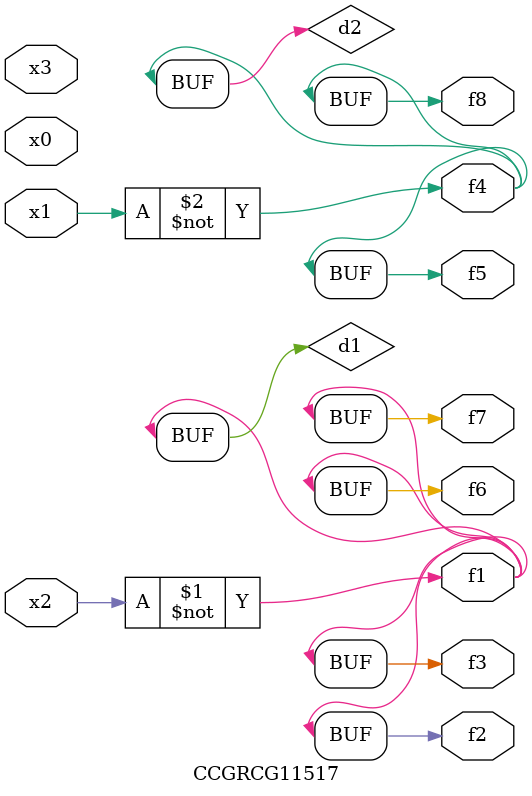
<source format=v>
module CCGRCG11517(
	input x0, x1, x2, x3,
	output f1, f2, f3, f4, f5, f6, f7, f8
);

	wire d1, d2;

	xnor (d1, x2);
	not (d2, x1);
	assign f1 = d1;
	assign f2 = d1;
	assign f3 = d1;
	assign f4 = d2;
	assign f5 = d2;
	assign f6 = d1;
	assign f7 = d1;
	assign f8 = d2;
endmodule

</source>
